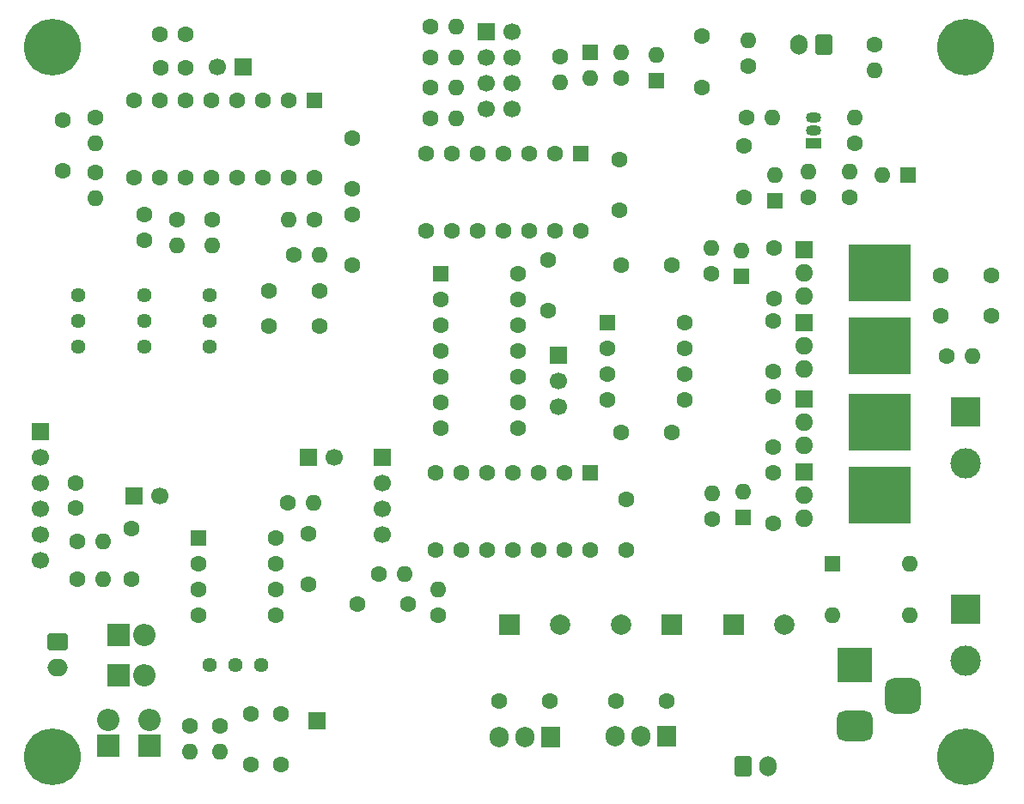
<source format=gbr>
%TF.GenerationSoftware,KiCad,Pcbnew,9.0.1*%
%TF.CreationDate,2025-05-04T12:18:18+03:30*%
%TF.ProjectId,sstc-v3,73737463-2d76-4332-9e6b-696361645f70,rev?*%
%TF.SameCoordinates,Original*%
%TF.FileFunction,Soldermask,Top*%
%TF.FilePolarity,Negative*%
%FSLAX46Y46*%
G04 Gerber Fmt 4.6, Leading zero omitted, Abs format (unit mm)*
G04 Created by KiCad (PCBNEW 9.0.1) date 2025-05-04 12:18:18*
%MOMM*%
%LPD*%
G01*
G04 APERTURE LIST*
G04 Aperture macros list*
%AMRoundRect*
0 Rectangle with rounded corners*
0 $1 Rounding radius*
0 $2 $3 $4 $5 $6 $7 $8 $9 X,Y pos of 4 corners*
0 Add a 4 corners polygon primitive as box body*
4,1,4,$2,$3,$4,$5,$6,$7,$8,$9,$2,$3,0*
0 Add four circle primitives for the rounded corners*
1,1,$1+$1,$2,$3*
1,1,$1+$1,$4,$5*
1,1,$1+$1,$6,$7*
1,1,$1+$1,$8,$9*
0 Add four rect primitives between the rounded corners*
20,1,$1+$1,$2,$3,$4,$5,0*
20,1,$1+$1,$4,$5,$6,$7,0*
20,1,$1+$1,$6,$7,$8,$9,0*
20,1,$1+$1,$8,$9,$2,$3,0*%
G04 Aperture macros list end*
%ADD10R,1.600000X1.600000*%
%ADD11O,1.600000X1.600000*%
%ADD12C,1.600000*%
%ADD13R,3.000000X3.000000*%
%ADD14C,3.000000*%
%ADD15R,2.000000X2.000000*%
%ADD16C,2.000000*%
%ADD17RoundRect,0.250000X-0.550000X0.550000X-0.550000X-0.550000X0.550000X-0.550000X0.550000X0.550000X0*%
%ADD18R,3.500000X3.500000*%
%ADD19RoundRect,0.750000X1.000000X-0.750000X1.000000X0.750000X-1.000000X0.750000X-1.000000X-0.750000X0*%
%ADD20RoundRect,0.875000X0.875000X-0.875000X0.875000X0.875000X-0.875000X0.875000X-0.875000X-0.875000X0*%
%ADD21C,3.600000*%
%ADD22C,5.600000*%
%ADD23RoundRect,0.250000X0.600000X0.750000X-0.600000X0.750000X-0.600000X-0.750000X0.600000X-0.750000X0*%
%ADD24O,1.700000X2.000000*%
%ADD25RoundRect,0.250000X-0.750000X0.600000X-0.750000X-0.600000X0.750000X-0.600000X0.750000X0.600000X0*%
%ADD26O,2.000000X1.700000*%
%ADD27RoundRect,0.250000X-0.550000X-0.550000X0.550000X-0.550000X0.550000X0.550000X-0.550000X0.550000X0*%
%ADD28R,2.200000X2.200000*%
%ADD29O,2.200000X2.200000*%
%ADD30R,1.700000X1.700000*%
%ADD31C,1.700000*%
%ADD32RoundRect,0.250000X-0.600000X-0.750000X0.600000X-0.750000X0.600000X0.750000X-0.600000X0.750000X0*%
%ADD33R,1.800000X1.717500*%
%ADD34R,6.200000X5.700000*%
%ADD35O,1.800000X1.717500*%
%ADD36C,1.440000*%
%ADD37R,1.500000X1.050000*%
%ADD38O,1.500000X1.050000*%
%ADD39R,1.905000X2.000000*%
%ADD40O,1.905000X2.000000*%
G04 APERTURE END LIST*
D10*
%TO.C,D10*%
X101330686Y-29602056D03*
D11*
X98790686Y-29602056D03*
%TD*%
D12*
%TO.C,R24*%
X91505000Y-31830685D03*
D11*
X91505000Y-29290685D03*
%TD*%
D13*
%TO.C,J13*%
X107000000Y-72500000D03*
D14*
X107000000Y-77580000D03*
%TD*%
D12*
%TO.C,R8*%
X33500000Y-84000000D03*
D11*
X33500000Y-86540000D03*
%TD*%
D12*
%TO.C,C30*%
X88000000Y-64000000D03*
X88000000Y-59000000D03*
%TD*%
D15*
%TO.C,C16*%
X62000000Y-74000000D03*
D16*
X67000000Y-74000000D03*
%TD*%
D12*
%TO.C,C9*%
X46495000Y-31000000D03*
X46495000Y-26000000D03*
%TD*%
%TO.C,C4*%
X30095000Y-19040000D03*
X27595000Y-19040000D03*
%TD*%
%TO.C,R23*%
X82000000Y-63540000D03*
D11*
X82000000Y-61000000D03*
%TD*%
D12*
%TO.C,R18*%
X85395000Y-23915000D03*
D11*
X87935000Y-23915000D03*
%TD*%
D12*
%TO.C,C17*%
X72840000Y-28120000D03*
X72840000Y-33120000D03*
%TD*%
%TO.C,C7*%
X24722500Y-64500000D03*
X24722500Y-69500000D03*
%TD*%
D17*
%TO.C,U2*%
X42795000Y-22235000D03*
D12*
X40255000Y-22235000D03*
X37715000Y-22235000D03*
X35175000Y-22235000D03*
X32635000Y-22235000D03*
X30095000Y-22235000D03*
X27555000Y-22235000D03*
X25015000Y-22235000D03*
X25015000Y-29855000D03*
X27555000Y-29855000D03*
X30095000Y-29855000D03*
X32635000Y-29855000D03*
X35175000Y-29855000D03*
X37715000Y-29855000D03*
X40255000Y-29855000D03*
X42795000Y-29855000D03*
%TD*%
%TO.C,C18*%
X88066667Y-36800000D03*
X88066667Y-41800000D03*
%TD*%
%TO.C,C25*%
X88000000Y-56500000D03*
X88000000Y-51500000D03*
%TD*%
D18*
%TO.C,J14*%
X96042500Y-78000000D03*
D19*
X96042500Y-84000000D03*
D20*
X100742500Y-81000000D03*
%TD*%
D21*
%TO.C,H2*%
X17000000Y-87000000D03*
D22*
X17000000Y-87000000D03*
%TD*%
D12*
%TO.C,R6*%
X19377500Y-65770000D03*
D11*
X21917500Y-65770000D03*
%TD*%
D12*
%TO.C,R1*%
X29245000Y-33995000D03*
D11*
X29245000Y-36535000D03*
%TD*%
D12*
%TO.C,C15*%
X47000000Y-72000000D03*
X52000000Y-72000000D03*
%TD*%
D23*
%TO.C,J11*%
X93000000Y-16780000D03*
D24*
X90500000Y-16780000D03*
%TD*%
D25*
%TO.C,J4*%
X17500000Y-75720000D03*
D26*
X17500000Y-78220000D03*
%TD*%
D27*
%TO.C,U6*%
X71695000Y-44190000D03*
D12*
X71695000Y-46730000D03*
X71695000Y-49270000D03*
X71695000Y-51810000D03*
X79315000Y-51810000D03*
X79315000Y-49270000D03*
X79315000Y-46730000D03*
X79315000Y-44190000D03*
%TD*%
D28*
%TO.C,D3*%
X22500000Y-85968234D03*
D29*
X22500000Y-83428234D03*
%TD*%
D15*
%TO.C,C29*%
X84132323Y-74000000D03*
D16*
X89132323Y-74000000D03*
%TD*%
D12*
%TO.C,C31*%
X104500000Y-43500000D03*
X109500000Y-43500000D03*
%TD*%
%TO.C,C24*%
X73500000Y-61620000D03*
X73500000Y-66620000D03*
%TD*%
%TO.C,R10*%
X54180000Y-21000000D03*
D11*
X56720000Y-21000000D03*
%TD*%
D28*
%TO.C,D1*%
X26500000Y-85968234D03*
D29*
X26500000Y-83428234D03*
%TD*%
D30*
%TO.C,J7*%
X49500000Y-57500000D03*
D31*
X49500000Y-60040000D03*
X49500000Y-62580000D03*
X49500000Y-65120000D03*
%TD*%
D32*
%TO.C,J10*%
X85000000Y-87975000D03*
D24*
X87500000Y-87975000D03*
%TD*%
D12*
%TO.C,R17*%
X55000000Y-73045000D03*
D11*
X55000000Y-70505000D03*
%TD*%
D13*
%TO.C,J12*%
X107000000Y-52960000D03*
D14*
X107000000Y-58040000D03*
%TD*%
D28*
%TO.C,D2*%
X23460000Y-79000000D03*
D29*
X26000000Y-79000000D03*
%TD*%
D12*
%TO.C,C26*%
X73000000Y-55000000D03*
X78000000Y-55000000D03*
%TD*%
D30*
%TO.C,J9*%
X66815000Y-47420000D03*
D31*
X66815000Y-49960000D03*
X66815000Y-52500000D03*
%TD*%
D12*
%TO.C,R27*%
X96000000Y-26460000D03*
D11*
X96000000Y-23920000D03*
%TD*%
D12*
%TO.C,R14*%
X54180000Y-24000000D03*
D11*
X56720000Y-24000000D03*
%TD*%
D33*
%TO.C,Q2*%
X91066667Y-37000000D03*
D34*
X98500000Y-39290000D03*
D35*
X91066667Y-39290000D03*
X91066667Y-41580000D03*
%TD*%
D12*
%TO.C,R22*%
X81881667Y-39340000D03*
D11*
X81881667Y-36800000D03*
%TD*%
D17*
%TO.C,U5*%
X70000000Y-59000000D03*
D12*
X67460000Y-59000000D03*
X64920000Y-59000000D03*
X62380000Y-59000000D03*
X59840000Y-59000000D03*
X57300000Y-59000000D03*
X54760000Y-59000000D03*
X54760000Y-66620000D03*
X57300000Y-66620000D03*
X59840000Y-66620000D03*
X62380000Y-66620000D03*
X64920000Y-66620000D03*
X67460000Y-66620000D03*
X70000000Y-66620000D03*
%TD*%
%TO.C,C19*%
X65815000Y-38000000D03*
X65815000Y-43000000D03*
%TD*%
%TO.C,C11*%
X38265000Y-41040000D03*
X43265000Y-41040000D03*
%TD*%
D10*
%TO.C,D8*%
X84881667Y-39651371D03*
D11*
X84881667Y-37111371D03*
%TD*%
D30*
%TO.C,J6*%
X42225000Y-57500000D03*
D31*
X44765000Y-57500000D03*
%TD*%
D12*
%TO.C,R9*%
X42815000Y-34040000D03*
D11*
X40275000Y-34040000D03*
%TD*%
D12*
%TO.C,R5*%
X19377500Y-69520000D03*
D11*
X21917500Y-69520000D03*
%TD*%
D12*
%TO.C,C8*%
X46495000Y-33550000D03*
X46495000Y-38550000D03*
%TD*%
%TO.C,R13*%
X54180000Y-15000000D03*
D11*
X56720000Y-15000000D03*
%TD*%
D10*
%TO.C,D9*%
X85000000Y-63425686D03*
D11*
X85000000Y-60885686D03*
%TD*%
D21*
%TO.C,H1*%
X17000000Y-17000000D03*
D22*
X17000000Y-17000000D03*
%TD*%
D12*
%TO.C,C5*%
X19222500Y-60020000D03*
X19222500Y-62520000D03*
%TD*%
%TO.C,R20*%
X67000000Y-17955000D03*
D11*
X67000000Y-20495000D03*
%TD*%
D12*
%TO.C,C3*%
X17995000Y-29235000D03*
X17995000Y-24235000D03*
%TD*%
%TO.C,R19*%
X85500000Y-18870000D03*
D11*
X85500000Y-16330000D03*
%TD*%
D12*
%TO.C,R2*%
X32745000Y-33995000D03*
D11*
X32745000Y-36535000D03*
%TD*%
D10*
%TO.C,D7*%
X76500000Y-20356371D03*
D11*
X76500000Y-17816371D03*
%TD*%
D12*
%TO.C,C20*%
X81000000Y-20955000D03*
X81000000Y-15955000D03*
%TD*%
%TO.C,R21*%
X73000000Y-20045000D03*
D11*
X73000000Y-17505000D03*
%TD*%
D27*
%TO.C,U3*%
X55195000Y-39380000D03*
D12*
X55195000Y-41920000D03*
X55195000Y-44460000D03*
X55195000Y-47000000D03*
X55195000Y-49540000D03*
X55195000Y-52080000D03*
X55195000Y-54620000D03*
X62815000Y-54620000D03*
X62815000Y-52080000D03*
X62815000Y-49540000D03*
X62815000Y-47000000D03*
X62815000Y-44460000D03*
X62815000Y-41920000D03*
X62815000Y-39380000D03*
%TD*%
%TO.C,R26*%
X98000000Y-16780000D03*
D11*
X98000000Y-19320000D03*
%TD*%
D12*
%TO.C,R4*%
X21225000Y-29355000D03*
D11*
X21225000Y-31895000D03*
%TD*%
D27*
%TO.C,U1*%
X31380000Y-65460000D03*
D12*
X31380000Y-68000000D03*
X31380000Y-70540000D03*
X31380000Y-73080000D03*
X39000000Y-73080000D03*
X39000000Y-70540000D03*
X39000000Y-68000000D03*
X39000000Y-65460000D03*
%TD*%
%TO.C,R12*%
X40725000Y-37540000D03*
D11*
X43265000Y-37540000D03*
%TD*%
D17*
%TO.C,U4*%
X69040000Y-27500000D03*
D12*
X66500000Y-27500000D03*
X63960000Y-27500000D03*
X61420000Y-27500000D03*
X58880000Y-27500000D03*
X56340000Y-27500000D03*
X53800000Y-27500000D03*
X53800000Y-35120000D03*
X56340000Y-35120000D03*
X58880000Y-35120000D03*
X61420000Y-35120000D03*
X63960000Y-35120000D03*
X66500000Y-35120000D03*
X69040000Y-35120000D03*
%TD*%
D36*
%TO.C,RV2*%
X25995000Y-41460000D03*
X25995000Y-44000000D03*
X25995000Y-46540000D03*
%TD*%
D12*
%TO.C,R28*%
X105130000Y-47460000D03*
D11*
X107670000Y-47460000D03*
%TD*%
D33*
%TO.C,Q5*%
X91066667Y-44210000D03*
D34*
X98500000Y-46500000D03*
D35*
X91066667Y-46500000D03*
X91066667Y-48790000D03*
%TD*%
D12*
%TO.C,R25*%
X95505000Y-31830685D03*
D11*
X95505000Y-29290685D03*
%TD*%
D12*
%TO.C,R16*%
X49165000Y-69000000D03*
D11*
X51705000Y-69000000D03*
%TD*%
D12*
%TO.C,C10*%
X43265000Y-44540000D03*
X38265000Y-44540000D03*
%TD*%
%TO.C,C13*%
X61000000Y-81500000D03*
X66000000Y-81500000D03*
%TD*%
D33*
%TO.C,Q4*%
X91066667Y-58920000D03*
D34*
X98500000Y-61210000D03*
D35*
X91066667Y-61210000D03*
X91066667Y-63500000D03*
%TD*%
D12*
%TO.C,C2*%
X30045000Y-15735000D03*
X27545000Y-15735000D03*
%TD*%
%TO.C,C12*%
X42185000Y-69990000D03*
X42185000Y-64990000D03*
%TD*%
D21*
%TO.C,H3*%
X107000000Y-17000000D03*
D22*
X107000000Y-17000000D03*
%TD*%
D10*
%TO.C,D6*%
X88195000Y-32142056D03*
D11*
X88195000Y-29602056D03*
%TD*%
D12*
%TO.C,C22*%
X88000000Y-44000000D03*
X88000000Y-49000000D03*
%TD*%
D28*
%TO.C,D4*%
X23460000Y-75000000D03*
D29*
X26000000Y-75000000D03*
%TD*%
D12*
%TO.C,C1*%
X25995000Y-33545000D03*
X25995000Y-36045000D03*
%TD*%
D30*
%TO.C,J8*%
X43000000Y-83500000D03*
%TD*%
D12*
%TO.C,R15*%
X40140000Y-61990000D03*
D11*
X42680000Y-61990000D03*
%TD*%
D12*
%TO.C,R11*%
X54185000Y-18000000D03*
D11*
X56725000Y-18000000D03*
%TD*%
D15*
%TO.C,C27*%
X78000000Y-74000000D03*
D16*
X73000000Y-74000000D03*
%TD*%
D36*
%TO.C,RV1*%
X19500000Y-41460000D03*
X19500000Y-44000000D03*
X19500000Y-46540000D03*
%TD*%
D37*
%TO.C,Q1*%
X92000000Y-26500000D03*
D38*
X92000000Y-25230000D03*
X92000000Y-23960000D03*
%TD*%
D30*
%TO.C,J3*%
X25000000Y-61305000D03*
D31*
X27540000Y-61305000D03*
%TD*%
D12*
%TO.C,C6*%
X36500000Y-82780000D03*
X36500000Y-87780000D03*
%TD*%
D10*
%TO.C,D5*%
X70000000Y-17505000D03*
D11*
X70000000Y-20045000D03*
%TD*%
D33*
%TO.C,Q3*%
X91066667Y-51710000D03*
D34*
X98500000Y-54000000D03*
D35*
X91066667Y-54000000D03*
X91066667Y-56290000D03*
%TD*%
D36*
%TO.C,RV4*%
X37500000Y-78000000D03*
X34960000Y-78000000D03*
X32420000Y-78000000D03*
%TD*%
D39*
%TO.C,U7*%
X66040000Y-85055000D03*
D40*
X63500000Y-85055000D03*
X60960000Y-85055000D03*
%TD*%
D12*
%TO.C,C23*%
X73000000Y-38500000D03*
X78000000Y-38500000D03*
%TD*%
D39*
%TO.C,U8*%
X77500000Y-85000000D03*
D40*
X74960000Y-85000000D03*
X72420000Y-85000000D03*
%TD*%
D10*
%TO.C,D11*%
X93880000Y-68000000D03*
D11*
X93880000Y-73080000D03*
X101500000Y-73080000D03*
X101500000Y-68000000D03*
%TD*%
D12*
%TO.C,C28*%
X72500000Y-81500000D03*
X77500000Y-81500000D03*
%TD*%
D21*
%TO.C,H4*%
X107000000Y-87000000D03*
D22*
X107000000Y-87000000D03*
%TD*%
D30*
%TO.C,J1*%
X35775000Y-19000000D03*
D31*
X33235000Y-19000000D03*
%TD*%
D12*
%TO.C,C32*%
X104500000Y-39500000D03*
X109500000Y-39500000D03*
%TD*%
%TO.C,R3*%
X21225000Y-23995000D03*
D11*
X21225000Y-26535000D03*
%TD*%
D12*
%TO.C,R7*%
X30500000Y-84000000D03*
D11*
X30500000Y-86540000D03*
%TD*%
D36*
%TO.C,RV3*%
X32495000Y-41460000D03*
X32495000Y-44000000D03*
X32495000Y-46540000D03*
%TD*%
D12*
%TO.C,C21*%
X85145000Y-31790685D03*
X85145000Y-26790685D03*
%TD*%
D30*
%TO.C,J5*%
X59725000Y-15500000D03*
D31*
X62265000Y-15500000D03*
X59725000Y-18040000D03*
X62265000Y-18040000D03*
X59725000Y-20580000D03*
X62265000Y-20580000D03*
X59725000Y-23120000D03*
X62265000Y-23120000D03*
%TD*%
D30*
%TO.C,J2*%
X15797500Y-54920000D03*
D31*
X15797500Y-57460000D03*
X15797500Y-60000000D03*
X15797500Y-62540000D03*
X15797500Y-65080000D03*
X15797500Y-67620000D03*
%TD*%
D12*
%TO.C,C14*%
X39500000Y-87780000D03*
X39500000Y-82780000D03*
%TD*%
M02*

</source>
